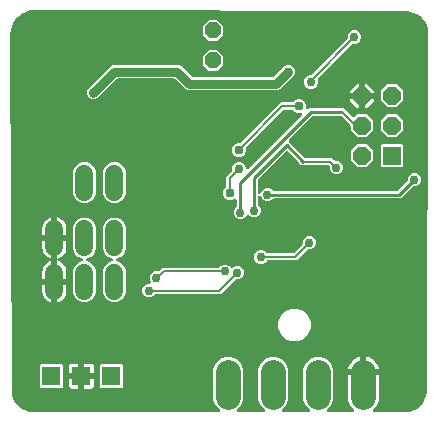
<source format=gbr>
G04 EAGLE Gerber RS-274X export*
G75*
%MOMM*%
%FSLAX34Y34*%
%LPD*%
%INBottom Copper*%
%IPPOS*%
%AMOC8*
5,1,8,0,0,1.08239X$1,22.5*%
G01*
%ADD10C,1.524000*%
%ADD11R,1.600200X1.600200*%
%ADD12C,2.133600*%
%ADD13R,1.524000X1.524000*%
%ADD14P,1.649562X8X112.500000*%
%ADD15P,1.429621X8X292.500000*%
%ADD16C,0.906400*%
%ADD17C,0.787400*%
%ADD18C,0.756400*%
%ADD19C,0.203200*%
%ADD20C,0.762000*%
%ADD21C,0.254000*%

G36*
X189831Y39488D02*
X189831Y39488D01*
X189970Y39501D01*
X189989Y39508D01*
X190009Y39511D01*
X190138Y39562D01*
X190269Y39609D01*
X190286Y39620D01*
X190305Y39628D01*
X190417Y39709D01*
X190532Y39787D01*
X190546Y39803D01*
X190562Y39814D01*
X190651Y39922D01*
X190743Y40026D01*
X190752Y40044D01*
X190765Y40059D01*
X190824Y40185D01*
X190887Y40309D01*
X190892Y40329D01*
X190900Y40347D01*
X190927Y40483D01*
X190957Y40619D01*
X190956Y40640D01*
X190960Y40659D01*
X190952Y40798D01*
X190947Y40937D01*
X190942Y40957D01*
X190940Y40977D01*
X190898Y41109D01*
X190859Y41243D01*
X190849Y41260D01*
X190842Y41279D01*
X190768Y41397D01*
X190697Y41517D01*
X190679Y41538D01*
X190672Y41548D01*
X190657Y41562D01*
X190591Y41637D01*
X187353Y44876D01*
X185419Y49544D01*
X185419Y75932D01*
X187353Y80600D01*
X190926Y84173D01*
X195594Y86107D01*
X200646Y86107D01*
X205314Y84173D01*
X208887Y80600D01*
X210821Y75932D01*
X210821Y49544D01*
X208887Y44876D01*
X205649Y41637D01*
X205564Y41528D01*
X205475Y41421D01*
X205466Y41402D01*
X205454Y41386D01*
X205399Y41258D01*
X205340Y41133D01*
X205336Y41113D01*
X205328Y41094D01*
X205306Y40956D01*
X205280Y40820D01*
X205281Y40800D01*
X205278Y40780D01*
X205291Y40641D01*
X205300Y40503D01*
X205306Y40484D01*
X205308Y40464D01*
X205355Y40332D01*
X205398Y40201D01*
X205408Y40183D01*
X205415Y40164D01*
X205493Y40049D01*
X205568Y39932D01*
X205583Y39918D01*
X205594Y39901D01*
X205698Y39809D01*
X205799Y39714D01*
X205817Y39704D01*
X205832Y39691D01*
X205956Y39627D01*
X206078Y39560D01*
X206097Y39555D01*
X206116Y39546D01*
X206251Y39516D01*
X206386Y39481D01*
X206414Y39479D01*
X206426Y39476D01*
X206446Y39477D01*
X206546Y39471D01*
X227794Y39471D01*
X227931Y39488D01*
X228070Y39501D01*
X228089Y39508D01*
X228109Y39511D01*
X228238Y39562D01*
X228369Y39609D01*
X228386Y39620D01*
X228405Y39628D01*
X228517Y39709D01*
X228632Y39787D01*
X228646Y39803D01*
X228662Y39814D01*
X228751Y39922D01*
X228843Y40026D01*
X228852Y40044D01*
X228865Y40059D01*
X228924Y40185D01*
X228987Y40309D01*
X228992Y40329D01*
X229000Y40347D01*
X229027Y40483D01*
X229057Y40619D01*
X229056Y40640D01*
X229060Y40659D01*
X229052Y40798D01*
X229047Y40937D01*
X229042Y40957D01*
X229040Y40977D01*
X228998Y41109D01*
X228959Y41243D01*
X228949Y41260D01*
X228942Y41279D01*
X228868Y41397D01*
X228797Y41517D01*
X228779Y41538D01*
X228772Y41548D01*
X228757Y41562D01*
X228691Y41637D01*
X225453Y44876D01*
X223519Y49544D01*
X223519Y75932D01*
X225453Y80600D01*
X229026Y84173D01*
X233694Y86107D01*
X238746Y86107D01*
X243414Y84173D01*
X246987Y80600D01*
X248921Y75932D01*
X248921Y49544D01*
X246987Y44876D01*
X243749Y41637D01*
X243664Y41528D01*
X243575Y41421D01*
X243566Y41402D01*
X243554Y41386D01*
X243499Y41258D01*
X243440Y41133D01*
X243436Y41113D01*
X243428Y41094D01*
X243406Y40956D01*
X243380Y40820D01*
X243381Y40800D01*
X243378Y40780D01*
X243391Y40641D01*
X243400Y40503D01*
X243406Y40484D01*
X243408Y40464D01*
X243455Y40332D01*
X243498Y40201D01*
X243508Y40183D01*
X243515Y40164D01*
X243593Y40049D01*
X243668Y39932D01*
X243683Y39918D01*
X243694Y39901D01*
X243798Y39809D01*
X243899Y39714D01*
X243917Y39704D01*
X243932Y39691D01*
X244056Y39627D01*
X244178Y39560D01*
X244197Y39555D01*
X244216Y39546D01*
X244351Y39516D01*
X244486Y39481D01*
X244514Y39479D01*
X244526Y39476D01*
X244546Y39477D01*
X244646Y39471D01*
X265894Y39471D01*
X266031Y39488D01*
X266170Y39501D01*
X266189Y39508D01*
X266209Y39511D01*
X266338Y39562D01*
X266469Y39609D01*
X266486Y39620D01*
X266505Y39628D01*
X266617Y39709D01*
X266732Y39787D01*
X266746Y39803D01*
X266762Y39814D01*
X266851Y39922D01*
X266943Y40026D01*
X266952Y40044D01*
X266965Y40059D01*
X267024Y40185D01*
X267087Y40309D01*
X267092Y40329D01*
X267100Y40347D01*
X267127Y40483D01*
X267157Y40619D01*
X267156Y40640D01*
X267160Y40659D01*
X267152Y40798D01*
X267147Y40937D01*
X267142Y40957D01*
X267140Y40977D01*
X267098Y41109D01*
X267059Y41243D01*
X267049Y41260D01*
X267042Y41279D01*
X266968Y41397D01*
X266897Y41517D01*
X266879Y41538D01*
X266872Y41548D01*
X266857Y41562D01*
X266791Y41637D01*
X263553Y44876D01*
X261619Y49544D01*
X261619Y75932D01*
X263553Y80600D01*
X267126Y84173D01*
X271794Y86107D01*
X276846Y86107D01*
X281514Y84173D01*
X285087Y80600D01*
X287021Y75932D01*
X287021Y49544D01*
X285087Y44876D01*
X281849Y41637D01*
X281764Y41528D01*
X281675Y41421D01*
X281666Y41402D01*
X281654Y41386D01*
X281599Y41258D01*
X281540Y41133D01*
X281536Y41113D01*
X281528Y41094D01*
X281506Y40956D01*
X281480Y40820D01*
X281481Y40800D01*
X281478Y40780D01*
X281491Y40641D01*
X281500Y40503D01*
X281506Y40484D01*
X281508Y40464D01*
X281555Y40332D01*
X281598Y40201D01*
X281608Y40183D01*
X281615Y40164D01*
X281693Y40049D01*
X281768Y39932D01*
X281783Y39918D01*
X281794Y39901D01*
X281898Y39809D01*
X281999Y39714D01*
X282017Y39704D01*
X282032Y39691D01*
X282156Y39627D01*
X282278Y39560D01*
X282297Y39555D01*
X282316Y39546D01*
X282451Y39516D01*
X282586Y39481D01*
X282614Y39479D01*
X282626Y39476D01*
X282646Y39477D01*
X282746Y39471D01*
X303383Y39471D01*
X303462Y39481D01*
X303542Y39481D01*
X303619Y39501D01*
X303699Y39511D01*
X303773Y39540D01*
X303850Y39560D01*
X303920Y39598D01*
X303994Y39628D01*
X304059Y39674D01*
X304129Y39713D01*
X304187Y39767D01*
X304252Y39814D01*
X304302Y39876D01*
X304361Y39930D01*
X304403Y39998D01*
X304454Y40059D01*
X304488Y40131D01*
X304531Y40199D01*
X304556Y40275D01*
X304590Y40347D01*
X304605Y40425D01*
X304630Y40501D01*
X304635Y40581D01*
X304650Y40659D01*
X304645Y40739D01*
X304650Y40819D01*
X304635Y40897D01*
X304630Y40977D01*
X304605Y41053D01*
X304591Y41131D01*
X304557Y41203D01*
X304532Y41279D01*
X304489Y41347D01*
X304455Y41419D01*
X304405Y41480D01*
X304362Y41548D01*
X304304Y41603D01*
X304253Y41664D01*
X304131Y41765D01*
X304130Y41766D01*
X304129Y41767D01*
X303815Y41995D01*
X302345Y43465D01*
X301123Y45147D01*
X300179Y47000D01*
X299537Y48977D01*
X299211Y51030D01*
X299211Y70867D01*
X311150Y70867D01*
X311268Y70882D01*
X311387Y70889D01*
X311425Y70902D01*
X311465Y70907D01*
X311576Y70950D01*
X311689Y70987D01*
X311723Y71009D01*
X311761Y71024D01*
X311857Y71094D01*
X311958Y71157D01*
X311986Y71187D01*
X312018Y71210D01*
X312094Y71302D01*
X312176Y71389D01*
X312195Y71424D01*
X312221Y71455D01*
X312272Y71563D01*
X312329Y71667D01*
X312340Y71707D01*
X312357Y71743D01*
X312379Y71860D01*
X312409Y71975D01*
X312413Y72036D01*
X312417Y72056D01*
X312415Y72076D01*
X312419Y72136D01*
X312419Y73407D01*
X312421Y73407D01*
X312421Y72136D01*
X312436Y72018D01*
X312443Y71899D01*
X312456Y71861D01*
X312461Y71820D01*
X312505Y71710D01*
X312541Y71597D01*
X312563Y71562D01*
X312578Y71525D01*
X312648Y71429D01*
X312711Y71328D01*
X312741Y71300D01*
X312765Y71267D01*
X312856Y71192D01*
X312943Y71110D01*
X312978Y71090D01*
X313010Y71065D01*
X313117Y71014D01*
X313222Y70956D01*
X313261Y70946D01*
X313297Y70929D01*
X313414Y70907D01*
X313529Y70877D01*
X313590Y70873D01*
X313610Y70869D01*
X313630Y70871D01*
X313690Y70867D01*
X325629Y70867D01*
X325629Y51030D01*
X325303Y48977D01*
X324661Y47000D01*
X323717Y45147D01*
X322495Y43465D01*
X321025Y41995D01*
X320711Y41767D01*
X320653Y41712D01*
X320588Y41666D01*
X320537Y41604D01*
X320479Y41549D01*
X320436Y41482D01*
X320386Y41421D01*
X320352Y41348D01*
X320309Y41281D01*
X320284Y41205D01*
X320250Y41133D01*
X320235Y41055D01*
X320210Y40978D01*
X320205Y40899D01*
X320190Y40820D01*
X320195Y40741D01*
X320190Y40661D01*
X320205Y40583D01*
X320210Y40503D01*
X320235Y40427D01*
X320250Y40348D01*
X320283Y40276D01*
X320308Y40201D01*
X320351Y40133D01*
X320385Y40061D01*
X320436Y39999D01*
X320478Y39932D01*
X320536Y39877D01*
X320587Y39815D01*
X320652Y39769D01*
X320710Y39714D01*
X320780Y39675D01*
X320844Y39628D01*
X320919Y39599D01*
X320988Y39560D01*
X321066Y39540D01*
X321140Y39511D01*
X321219Y39501D01*
X321296Y39481D01*
X321454Y39471D01*
X321456Y39471D01*
X321457Y39471D01*
X348964Y39471D01*
X348983Y39473D01*
X349088Y39477D01*
X352124Y39775D01*
X352227Y39799D01*
X352332Y39813D01*
X352413Y39841D01*
X352434Y39846D01*
X352448Y39853D01*
X352484Y39865D01*
X358096Y42184D01*
X358104Y42188D01*
X358112Y42190D01*
X358242Y42267D01*
X358373Y42341D01*
X358379Y42347D01*
X358386Y42352D01*
X358507Y42458D01*
X362809Y46743D01*
X362814Y46750D01*
X362821Y46756D01*
X362912Y46876D01*
X363004Y46994D01*
X363008Y47002D01*
X363013Y47009D01*
X363084Y47154D01*
X365423Y52757D01*
X365452Y52859D01*
X365488Y52958D01*
X365502Y53043D01*
X365508Y53064D01*
X365508Y53079D01*
X365515Y53117D01*
X365824Y56152D01*
X365824Y56172D01*
X365831Y56276D01*
X365832Y56692D01*
X365836Y57853D01*
X365836Y57854D01*
X366957Y361511D01*
X366955Y361533D01*
X366954Y361611D01*
X366769Y364066D01*
X366756Y364133D01*
X366752Y364203D01*
X366712Y364359D01*
X365212Y369032D01*
X365162Y369140D01*
X365119Y369250D01*
X365086Y369302D01*
X365078Y369320D01*
X365065Y369336D01*
X365033Y369387D01*
X362162Y373368D01*
X362081Y373454D01*
X362006Y373547D01*
X361959Y373586D01*
X361945Y373600D01*
X361928Y373611D01*
X361882Y373650D01*
X357921Y376549D01*
X357818Y376606D01*
X357718Y376670D01*
X357661Y376693D01*
X357643Y376703D01*
X357623Y376708D01*
X357568Y376730D01*
X352905Y378263D01*
X352837Y378276D01*
X352772Y378299D01*
X352613Y378322D01*
X350159Y378524D01*
X350137Y378523D01*
X350060Y378528D01*
X349975Y378529D01*
X348484Y378534D01*
X348482Y378534D01*
X35104Y379644D01*
X33526Y379649D01*
X33505Y379647D01*
X33426Y379646D01*
X30496Y379424D01*
X30427Y379411D01*
X30358Y379406D01*
X30202Y379367D01*
X24626Y377568D01*
X24518Y377518D01*
X24406Y377474D01*
X24356Y377442D01*
X24338Y377434D01*
X24322Y377420D01*
X24270Y377388D01*
X19528Y373947D01*
X19441Y373866D01*
X19348Y373789D01*
X19311Y373744D01*
X19296Y373730D01*
X19285Y373712D01*
X19246Y373665D01*
X15805Y368923D01*
X15792Y368899D01*
X15782Y368887D01*
X15762Y368843D01*
X15748Y368818D01*
X15684Y368717D01*
X15662Y368662D01*
X15652Y368644D01*
X15647Y368624D01*
X15625Y368567D01*
X13826Y362991D01*
X13813Y362923D01*
X13791Y362857D01*
X13769Y362697D01*
X13547Y359767D01*
X13549Y359745D01*
X13544Y359667D01*
X13544Y359621D01*
X13544Y359620D01*
X14657Y56892D01*
X14660Y56872D01*
X14664Y56768D01*
X14986Y53612D01*
X15010Y53509D01*
X15025Y53404D01*
X15053Y53324D01*
X15058Y53302D01*
X15065Y53289D01*
X15077Y53252D01*
X17510Y47427D01*
X17514Y47419D01*
X17516Y47411D01*
X17593Y47281D01*
X17668Y47151D01*
X17674Y47144D01*
X17678Y47137D01*
X17785Y47016D01*
X22258Y42561D01*
X22264Y42556D01*
X22270Y42549D01*
X22391Y42458D01*
X22509Y42366D01*
X22517Y42363D01*
X22524Y42358D01*
X22669Y42287D01*
X28504Y39877D01*
X28606Y39849D01*
X28705Y39813D01*
X28789Y39799D01*
X28810Y39793D01*
X28826Y39793D01*
X28864Y39787D01*
X32021Y39477D01*
X32040Y39477D01*
X32145Y39471D01*
X33721Y39471D01*
X33723Y39471D01*
X189694Y39471D01*
X189831Y39488D01*
G37*
%LPC*%
G36*
X207123Y202465D02*
X207123Y202465D01*
X204986Y203350D01*
X203350Y204986D01*
X202465Y207123D01*
X202465Y209437D01*
X203350Y211574D01*
X204606Y212829D01*
X204666Y212907D01*
X204734Y212979D01*
X204763Y213032D01*
X204800Y213080D01*
X204840Y213171D01*
X204888Y213258D01*
X204903Y213316D01*
X204927Y213372D01*
X204942Y213470D01*
X204967Y213566D01*
X204973Y213666D01*
X204977Y213686D01*
X204975Y213698D01*
X204977Y213726D01*
X204977Y218871D01*
X204960Y219008D01*
X204947Y219147D01*
X204940Y219166D01*
X204937Y219186D01*
X204886Y219315D01*
X204839Y219446D01*
X204828Y219463D01*
X204820Y219482D01*
X204739Y219594D01*
X204661Y219709D01*
X204645Y219723D01*
X204634Y219739D01*
X204526Y219828D01*
X204422Y219920D01*
X204404Y219929D01*
X204389Y219942D01*
X204263Y220001D01*
X204139Y220064D01*
X204119Y220069D01*
X204101Y220077D01*
X203964Y220104D01*
X203829Y220134D01*
X203808Y220133D01*
X203789Y220137D01*
X203650Y220129D01*
X203511Y220124D01*
X203491Y220119D01*
X203471Y220118D01*
X203339Y220075D01*
X203205Y220036D01*
X203188Y220026D01*
X203169Y220019D01*
X203051Y219945D01*
X202931Y219874D01*
X202910Y219856D01*
X202900Y219849D01*
X202886Y219834D01*
X202810Y219768D01*
X202771Y219729D01*
X200577Y218820D01*
X198203Y218820D01*
X196008Y219729D01*
X194329Y221408D01*
X193420Y223603D01*
X193420Y225977D01*
X194329Y228172D01*
X195970Y229812D01*
X196030Y229890D01*
X196098Y229962D01*
X196127Y230015D01*
X196164Y230063D01*
X196204Y230154D01*
X196252Y230241D01*
X196267Y230299D01*
X196291Y230355D01*
X196306Y230453D01*
X196331Y230549D01*
X196337Y230649D01*
X196341Y230669D01*
X196339Y230681D01*
X196341Y230709D01*
X196341Y238753D01*
X200824Y243235D01*
X200884Y243313D01*
X200952Y243385D01*
X200981Y243438D01*
X201018Y243486D01*
X201058Y243577D01*
X201106Y243664D01*
X201121Y243723D01*
X201145Y243778D01*
X201160Y243876D01*
X201185Y243972D01*
X201191Y244072D01*
X201195Y244092D01*
X201193Y244105D01*
X201195Y244133D01*
X201195Y246267D01*
X202080Y248404D01*
X203716Y250040D01*
X205853Y250925D01*
X208167Y250925D01*
X210304Y250040D01*
X211940Y248404D01*
X212825Y246267D01*
X212825Y245960D01*
X212842Y245822D01*
X212855Y245683D01*
X212862Y245664D01*
X212865Y245644D01*
X212916Y245515D01*
X212963Y245384D01*
X212974Y245367D01*
X212982Y245349D01*
X213063Y245236D01*
X213141Y245121D01*
X213157Y245108D01*
X213168Y245091D01*
X213276Y245002D01*
X213380Y244910D01*
X213398Y244901D01*
X213413Y244888D01*
X213539Y244829D01*
X213663Y244766D01*
X213683Y244761D01*
X213701Y244753D01*
X213837Y244727D01*
X213973Y244696D01*
X213994Y244697D01*
X214013Y244693D01*
X214152Y244702D01*
X214291Y244706D01*
X214311Y244712D01*
X214331Y244713D01*
X214463Y244756D01*
X214597Y244794D01*
X214614Y244805D01*
X214633Y244811D01*
X214751Y244885D01*
X214871Y244956D01*
X214892Y244974D01*
X214902Y244981D01*
X214916Y244996D01*
X214991Y245062D01*
X260310Y290381D01*
X260353Y290436D01*
X260403Y290485D01*
X260450Y290561D01*
X260505Y290632D01*
X260533Y290696D01*
X260569Y290756D01*
X260596Y290842D01*
X260631Y290924D01*
X260642Y290993D01*
X260663Y291060D01*
X260667Y291149D01*
X260681Y291238D01*
X260675Y291308D01*
X260678Y291377D01*
X260660Y291465D01*
X260652Y291555D01*
X260628Y291621D01*
X260614Y291689D01*
X260574Y291770D01*
X260544Y291854D01*
X260505Y291912D01*
X260474Y291975D01*
X260416Y292043D01*
X260365Y292117D01*
X260313Y292163D01*
X260268Y292217D01*
X260194Y292268D01*
X260127Y292328D01*
X260065Y292359D01*
X260008Y292400D01*
X259924Y292431D01*
X259844Y292472D01*
X259775Y292488D01*
X259710Y292512D01*
X259621Y292522D01*
X259533Y292542D01*
X259464Y292540D01*
X259394Y292548D01*
X259305Y292535D01*
X259215Y292532D01*
X259148Y292513D01*
X259079Y292503D01*
X259012Y292480D01*
X256623Y292480D01*
X254428Y293389D01*
X252788Y295030D01*
X252710Y295090D01*
X252638Y295158D01*
X252585Y295187D01*
X252537Y295224D01*
X252446Y295264D01*
X252359Y295312D01*
X252301Y295327D01*
X252245Y295351D01*
X252147Y295366D01*
X252051Y295391D01*
X251951Y295397D01*
X251931Y295401D01*
X251919Y295399D01*
X251891Y295401D01*
X245629Y295401D01*
X245530Y295389D01*
X245431Y295386D01*
X245373Y295369D01*
X245313Y295361D01*
X245221Y295325D01*
X245126Y295297D01*
X245074Y295267D01*
X245017Y295244D01*
X244937Y295186D01*
X244852Y295136D01*
X244777Y295070D01*
X244760Y295058D01*
X244752Y295048D01*
X244731Y295030D01*
X213351Y263650D01*
X213291Y263572D01*
X213223Y263500D01*
X213194Y263447D01*
X213157Y263399D01*
X213117Y263308D01*
X213069Y263221D01*
X213054Y263162D01*
X213030Y263107D01*
X213015Y263009D01*
X212990Y262913D01*
X212984Y262813D01*
X212980Y262793D01*
X212982Y262780D01*
X212980Y262752D01*
X212980Y260433D01*
X212071Y258238D01*
X210392Y256559D01*
X208197Y255650D01*
X205823Y255650D01*
X203628Y256559D01*
X201949Y258238D01*
X201040Y260433D01*
X201040Y262807D01*
X201949Y265002D01*
X203628Y266681D01*
X205823Y267590D01*
X208142Y267590D01*
X208241Y267602D01*
X208340Y267605D01*
X208398Y267622D01*
X208458Y267630D01*
X208550Y267666D01*
X208645Y267694D01*
X208697Y267724D01*
X208754Y267747D01*
X208834Y267805D01*
X208919Y267855D01*
X208994Y267921D01*
X209011Y267933D01*
X209019Y267943D01*
X209040Y267961D01*
X242577Y301499D01*
X251891Y301499D01*
X251989Y301511D01*
X252088Y301514D01*
X252146Y301531D01*
X252206Y301539D01*
X252298Y301575D01*
X252393Y301603D01*
X252445Y301633D01*
X252502Y301656D01*
X252582Y301714D01*
X252667Y301764D01*
X252743Y301830D01*
X252759Y301842D01*
X252767Y301852D01*
X252788Y301870D01*
X254428Y303511D01*
X256623Y304420D01*
X258997Y304420D01*
X261192Y303511D01*
X262871Y301832D01*
X263780Y299637D01*
X263780Y297241D01*
X263763Y297202D01*
X263749Y297113D01*
X263725Y297026D01*
X263724Y296957D01*
X263713Y296888D01*
X263721Y296798D01*
X263720Y296708D01*
X263736Y296640D01*
X263743Y296571D01*
X263773Y296486D01*
X263794Y296399D01*
X263827Y296338D01*
X263850Y296272D01*
X263901Y296197D01*
X263943Y296118D01*
X263990Y296066D01*
X264029Y296009D01*
X264096Y295949D01*
X264157Y295883D01*
X264215Y295844D01*
X264267Y295798D01*
X264347Y295757D01*
X264422Y295708D01*
X264489Y295685D01*
X264551Y295653D01*
X264638Y295634D01*
X264723Y295605D01*
X264793Y295599D01*
X264861Y295584D01*
X264951Y295587D01*
X265040Y295579D01*
X265109Y295591D01*
X265179Y295593D01*
X265265Y295618D01*
X265354Y295634D01*
X265417Y295662D01*
X265484Y295682D01*
X265562Y295727D01*
X265644Y295764D01*
X265698Y295808D01*
X265758Y295843D01*
X265879Y295950D01*
X266602Y296673D01*
X296008Y296673D01*
X297958Y294723D01*
X297958Y294707D01*
X297975Y294649D01*
X297983Y294589D01*
X298019Y294497D01*
X298047Y294402D01*
X298077Y294350D01*
X298100Y294293D01*
X298158Y294213D01*
X298208Y294128D01*
X298274Y294052D01*
X298286Y294036D01*
X298296Y294028D01*
X298314Y294007D01*
X303043Y289279D01*
X303137Y289206D01*
X303226Y289127D01*
X303262Y289109D01*
X303294Y289084D01*
X303403Y289036D01*
X303509Y288982D01*
X303549Y288974D01*
X303586Y288957D01*
X303704Y288939D01*
X303820Y288913D01*
X303860Y288914D01*
X303900Y288908D01*
X304019Y288919D01*
X304137Y288922D01*
X304176Y288934D01*
X304217Y288937D01*
X304329Y288978D01*
X304443Y289011D01*
X304478Y289031D01*
X304516Y289045D01*
X304614Y289112D01*
X304717Y289172D01*
X304762Y289212D01*
X304779Y289224D01*
X304792Y289239D01*
X304838Y289279D01*
X307152Y291593D01*
X315148Y291593D01*
X320803Y285938D01*
X320803Y277942D01*
X315148Y272287D01*
X307152Y272287D01*
X301497Y277942D01*
X301497Y281675D01*
X301485Y281774D01*
X301482Y281873D01*
X301465Y281931D01*
X301457Y281991D01*
X301421Y282083D01*
X301393Y282178D01*
X301363Y282230D01*
X301340Y282287D01*
X301282Y282367D01*
X301232Y282452D01*
X301166Y282528D01*
X301154Y282544D01*
X301144Y282552D01*
X301126Y282573D01*
X294003Y289696D01*
X293925Y289756D01*
X293853Y289824D01*
X293800Y289853D01*
X293752Y289890D01*
X293661Y289930D01*
X293574Y289978D01*
X293516Y289993D01*
X293460Y290017D01*
X293362Y290032D01*
X293266Y290057D01*
X293166Y290063D01*
X293146Y290067D01*
X293133Y290065D01*
X293105Y290067D01*
X269864Y290067D01*
X269766Y290055D01*
X269667Y290052D01*
X269608Y290035D01*
X269548Y290027D01*
X269456Y289991D01*
X269361Y289963D01*
X269309Y289933D01*
X269253Y289910D01*
X269173Y289852D01*
X269087Y289802D01*
X269012Y289736D01*
X268995Y289724D01*
X268987Y289714D01*
X268966Y289696D01*
X249408Y270138D01*
X249335Y270043D01*
X249257Y269954D01*
X249238Y269918D01*
X249213Y269886D01*
X249166Y269777D01*
X249112Y269671D01*
X249103Y269632D01*
X249087Y269594D01*
X249068Y269477D01*
X249042Y269361D01*
X249043Y269320D01*
X249037Y269280D01*
X249048Y269162D01*
X249052Y269043D01*
X249063Y269004D01*
X249067Y268964D01*
X249107Y268851D01*
X249140Y268737D01*
X249161Y268703D01*
X249175Y268664D01*
X249241Y268566D01*
X249302Y268463D01*
X249342Y268418D01*
X249353Y268401D01*
X249368Y268388D01*
X249408Y268343D01*
X262870Y254880D01*
X262949Y254820D01*
X263021Y254752D01*
X263074Y254723D01*
X263122Y254686D01*
X263213Y254646D01*
X263299Y254598D01*
X263358Y254583D01*
X263413Y254559D01*
X263511Y254544D01*
X263607Y254519D01*
X263707Y254513D01*
X263728Y254509D01*
X263740Y254511D01*
X263768Y254509D01*
X285743Y254509D01*
X287685Y252566D01*
X287763Y252506D01*
X287835Y252438D01*
X287888Y252409D01*
X287936Y252372D01*
X288027Y252332D01*
X288114Y252284D01*
X288173Y252269D01*
X288228Y252245D01*
X288326Y252230D01*
X288422Y252205D01*
X288522Y252199D01*
X288542Y252195D01*
X288555Y252197D01*
X288583Y252195D01*
X290717Y252195D01*
X292854Y251310D01*
X294490Y249674D01*
X295375Y247537D01*
X295375Y245223D01*
X294490Y243086D01*
X292854Y241450D01*
X290717Y240565D01*
X288403Y240565D01*
X286266Y241450D01*
X284630Y243086D01*
X283745Y245223D01*
X283745Y247142D01*
X283730Y247260D01*
X283723Y247379D01*
X283710Y247417D01*
X283705Y247458D01*
X283662Y247568D01*
X283625Y247681D01*
X283603Y247716D01*
X283588Y247753D01*
X283519Y247849D01*
X283455Y247950D01*
X283425Y247978D01*
X283402Y248011D01*
X283310Y248087D01*
X283223Y248168D01*
X283188Y248188D01*
X283157Y248213D01*
X283049Y248264D01*
X282945Y248322D01*
X282905Y248332D01*
X282869Y248349D01*
X282752Y248371D01*
X282637Y248401D01*
X282577Y248405D01*
X282557Y248409D01*
X282536Y248407D01*
X282476Y248411D01*
X263768Y248411D01*
X263670Y248399D01*
X263571Y248396D01*
X263512Y248379D01*
X263452Y248371D01*
X263360Y248335D01*
X263265Y248307D01*
X263213Y248277D01*
X263157Y248254D01*
X263077Y248196D01*
X263010Y248157D01*
X260231Y248157D01*
X260219Y248168D01*
X260166Y248197D01*
X260118Y248234D01*
X260027Y248274D01*
X259952Y248315D01*
X257973Y250295D01*
X257967Y250316D01*
X257936Y250368D01*
X257914Y250424D01*
X257855Y250504D01*
X257805Y250590D01*
X257739Y250665D01*
X257727Y250682D01*
X257717Y250689D01*
X257699Y250711D01*
X248548Y259862D01*
X248453Y259935D01*
X248364Y260013D01*
X248328Y260032D01*
X248296Y260057D01*
X248187Y260104D01*
X248081Y260158D01*
X248042Y260167D01*
X248004Y260183D01*
X247887Y260202D01*
X247771Y260228D01*
X247730Y260227D01*
X247690Y260233D01*
X247572Y260222D01*
X247453Y260218D01*
X247414Y260207D01*
X247374Y260203D01*
X247261Y260163D01*
X247147Y260130D01*
X247113Y260109D01*
X247074Y260095D01*
X246976Y260029D01*
X246873Y259968D01*
X246828Y259928D01*
X246811Y259917D01*
X246798Y259902D01*
X246753Y259862D01*
X223364Y236473D01*
X223303Y236395D01*
X223235Y236322D01*
X223206Y236269D01*
X223169Y236222D01*
X223129Y236131D01*
X223082Y236044D01*
X223066Y235985D01*
X223042Y235930D01*
X223027Y235832D01*
X223002Y235736D01*
X222996Y235636D01*
X222992Y235616D01*
X222994Y235603D01*
X222992Y235575D01*
X222992Y225424D01*
X223001Y225355D01*
X222999Y225285D01*
X223020Y225198D01*
X223032Y225109D01*
X223057Y225044D01*
X223074Y224976D01*
X223116Y224896D01*
X223149Y224813D01*
X223190Y224757D01*
X223222Y224695D01*
X223283Y224628D01*
X223336Y224556D01*
X223389Y224511D01*
X223436Y224459D01*
X223511Y224410D01*
X223581Y224353D01*
X223644Y224323D01*
X223702Y224285D01*
X223787Y224256D01*
X223868Y224217D01*
X223937Y224204D01*
X224003Y224181D01*
X224092Y224174D01*
X224181Y224157D01*
X224250Y224162D01*
X224320Y224156D01*
X224408Y224172D01*
X224498Y224177D01*
X224564Y224199D01*
X224633Y224211D01*
X224715Y224248D01*
X224801Y224275D01*
X224859Y224313D01*
X224923Y224341D01*
X224993Y224397D01*
X225069Y224445D01*
X225117Y224496D01*
X225172Y224540D01*
X225226Y224612D01*
X225287Y224677D01*
X225321Y224738D01*
X225363Y224794D01*
X225434Y224938D01*
X226210Y226814D01*
X227846Y228450D01*
X229983Y229335D01*
X232297Y229335D01*
X234434Y228450D01*
X235689Y227194D01*
X235767Y227134D01*
X235839Y227066D01*
X235892Y227037D01*
X235940Y227000D01*
X236031Y226960D01*
X236118Y226912D01*
X236176Y226897D01*
X236232Y226873D01*
X236330Y226858D01*
X236426Y226833D01*
X236526Y226827D01*
X236546Y226823D01*
X236558Y226825D01*
X236586Y226823D01*
X341006Y226823D01*
X341104Y226835D01*
X341203Y226838D01*
X341262Y226855D01*
X341322Y226863D01*
X341414Y226899D01*
X341509Y226927D01*
X341561Y226957D01*
X341617Y226980D01*
X341697Y227038D01*
X341783Y227088D01*
X341858Y227154D01*
X341875Y227166D01*
X341883Y227176D01*
X341904Y227194D01*
X349414Y234704D01*
X349474Y234783D01*
X349542Y234855D01*
X349571Y234908D01*
X349608Y234956D01*
X349648Y235047D01*
X349696Y235133D01*
X349711Y235192D01*
X349735Y235247D01*
X349750Y235345D01*
X349775Y235441D01*
X349781Y235541D01*
X349785Y235562D01*
X349783Y235574D01*
X349785Y235602D01*
X349785Y237377D01*
X350670Y239514D01*
X352306Y241150D01*
X354443Y242035D01*
X356757Y242035D01*
X358894Y241150D01*
X360530Y239514D01*
X361415Y237377D01*
X361415Y235063D01*
X360530Y232926D01*
X358894Y231290D01*
X356757Y230405D01*
X354982Y230405D01*
X354884Y230393D01*
X354785Y230390D01*
X354726Y230373D01*
X354666Y230365D01*
X354574Y230329D01*
X354479Y230301D01*
X354427Y230271D01*
X354371Y230248D01*
X354291Y230190D01*
X354205Y230140D01*
X354130Y230074D01*
X354113Y230062D01*
X354105Y230052D01*
X354084Y230034D01*
X344268Y220217D01*
X236586Y220217D01*
X236488Y220205D01*
X236389Y220202D01*
X236331Y220185D01*
X236271Y220177D01*
X236179Y220141D01*
X236084Y220113D01*
X236031Y220083D01*
X235975Y220060D01*
X235895Y220002D01*
X235810Y219952D01*
X235734Y219886D01*
X235718Y219874D01*
X235710Y219864D01*
X235689Y219846D01*
X234434Y218590D01*
X232297Y217705D01*
X229983Y217705D01*
X227846Y218590D01*
X226210Y220226D01*
X225434Y222102D01*
X225399Y222162D01*
X225373Y222227D01*
X225321Y222300D01*
X225276Y222378D01*
X225228Y222428D01*
X225187Y222484D01*
X225117Y222542D01*
X225055Y222606D01*
X224995Y222643D01*
X224942Y222687D01*
X224860Y222726D01*
X224784Y222772D01*
X224717Y222793D01*
X224654Y222823D01*
X224566Y222840D01*
X224480Y222866D01*
X224410Y222869D01*
X224342Y222883D01*
X224252Y222877D01*
X224162Y222881D01*
X224094Y222867D01*
X224024Y222863D01*
X223939Y222835D01*
X223851Y222817D01*
X223788Y222786D01*
X223722Y222765D01*
X223646Y222717D01*
X223565Y222677D01*
X223512Y222632D01*
X223453Y222595D01*
X223391Y222529D01*
X223323Y222471D01*
X223283Y222414D01*
X223235Y222363D01*
X223192Y222284D01*
X223140Y222211D01*
X223115Y222145D01*
X223082Y222084D01*
X223059Y221998D01*
X223027Y221913D01*
X223019Y221844D01*
X223002Y221777D01*
X222992Y221616D01*
X222992Y215476D01*
X223004Y215378D01*
X223007Y215279D01*
X223024Y215221D01*
X223032Y215161D01*
X223068Y215069D01*
X223096Y214974D01*
X223126Y214921D01*
X223149Y214865D01*
X223207Y214785D01*
X223257Y214700D01*
X223324Y214624D01*
X223336Y214608D01*
X223345Y214600D01*
X223364Y214579D01*
X224619Y213324D01*
X225504Y211187D01*
X225504Y208873D01*
X224619Y206736D01*
X222983Y205100D01*
X220846Y204215D01*
X218532Y204215D01*
X216395Y205100D01*
X215519Y205977D01*
X215480Y206007D01*
X215447Y206044D01*
X215355Y206104D01*
X215268Y206171D01*
X215223Y206191D01*
X215181Y206219D01*
X215077Y206254D01*
X214976Y206298D01*
X214927Y206306D01*
X214880Y206322D01*
X214771Y206330D01*
X214662Y206348D01*
X214613Y206343D01*
X214563Y206347D01*
X214455Y206328D01*
X214345Y206318D01*
X214299Y206301D01*
X214250Y206293D01*
X214150Y206247D01*
X214046Y206210D01*
X214005Y206182D01*
X213960Y206162D01*
X213874Y206093D01*
X213783Y206032D01*
X213750Y205994D01*
X213711Y205963D01*
X213645Y205876D01*
X213573Y205793D01*
X213550Y205749D01*
X213520Y205709D01*
X213449Y205565D01*
X213210Y204986D01*
X211574Y203350D01*
X209437Y202465D01*
X207123Y202465D01*
G37*
%LPD*%
%LPC*%
G36*
X82658Y304037D02*
X82658Y304037D01*
X80510Y304927D01*
X78867Y306570D01*
X77977Y308718D01*
X77977Y311042D01*
X78867Y313190D01*
X98290Y332613D01*
X100438Y333503D01*
X156102Y333503D01*
X158250Y332613D01*
X167148Y323714D01*
X167227Y323654D01*
X167299Y323586D01*
X167352Y323557D01*
X167400Y323520D01*
X167491Y323480D01*
X167577Y323432D01*
X167636Y323417D01*
X167692Y323393D01*
X167789Y323378D01*
X167885Y323353D01*
X167985Y323347D01*
X168006Y323343D01*
X168018Y323345D01*
X168046Y323343D01*
X235814Y323343D01*
X235912Y323355D01*
X236011Y323358D01*
X236070Y323375D01*
X236130Y323383D01*
X236222Y323419D01*
X236317Y323447D01*
X236369Y323477D01*
X236425Y323500D01*
X236505Y323558D01*
X236591Y323608D01*
X236666Y323674D01*
X236683Y323686D01*
X236690Y323696D01*
X236712Y323714D01*
X245610Y332613D01*
X247758Y333503D01*
X250082Y333503D01*
X252230Y332613D01*
X253873Y330970D01*
X254763Y328822D01*
X254763Y326498D01*
X253873Y324350D01*
X242070Y312547D01*
X239922Y311657D01*
X163938Y311657D01*
X161790Y312547D01*
X152892Y321446D01*
X152813Y321506D01*
X152741Y321574D01*
X152688Y321603D01*
X152640Y321640D01*
X152549Y321680D01*
X152463Y321728D01*
X152404Y321743D01*
X152348Y321767D01*
X152251Y321782D01*
X152155Y321807D01*
X152055Y321813D01*
X152034Y321817D01*
X152022Y321815D01*
X151994Y321817D01*
X104546Y321817D01*
X104448Y321805D01*
X104349Y321802D01*
X104290Y321785D01*
X104230Y321777D01*
X104138Y321741D01*
X104043Y321713D01*
X103991Y321683D01*
X103935Y321660D01*
X103855Y321602D01*
X103769Y321552D01*
X103694Y321486D01*
X103677Y321474D01*
X103670Y321464D01*
X103648Y321446D01*
X87130Y304927D01*
X84982Y304037D01*
X82658Y304037D01*
G37*
%LPD*%
%LPC*%
G36*
X129653Y136425D02*
X129653Y136425D01*
X127516Y137310D01*
X125880Y138946D01*
X124995Y141083D01*
X124995Y143397D01*
X125880Y145534D01*
X127516Y147170D01*
X129653Y148055D01*
X130954Y148055D01*
X131003Y148061D01*
X131053Y148059D01*
X131160Y148081D01*
X131269Y148095D01*
X131315Y148113D01*
X131364Y148123D01*
X131463Y148171D01*
X131565Y148212D01*
X131605Y148241D01*
X131650Y148263D01*
X131733Y148334D01*
X131822Y148398D01*
X131854Y148437D01*
X131892Y148469D01*
X131955Y148559D01*
X132025Y148643D01*
X132046Y148688D01*
X132075Y148729D01*
X132114Y148832D01*
X132161Y148931D01*
X132170Y148980D01*
X132188Y149026D01*
X132200Y149136D01*
X132220Y149243D01*
X132217Y149293D01*
X132223Y149342D01*
X132207Y149451D01*
X132201Y149561D01*
X132185Y149608D01*
X132178Y149657D01*
X132126Y149810D01*
X131345Y151695D01*
X131345Y154009D01*
X132230Y156146D01*
X133866Y157782D01*
X136003Y158667D01*
X138462Y158667D01*
X138463Y158667D01*
X138470Y158667D01*
X138569Y158667D01*
X138598Y158670D01*
X138721Y158668D01*
X138751Y158675D01*
X138781Y158676D01*
X138905Y158712D01*
X139031Y158742D01*
X139057Y158756D01*
X139086Y158765D01*
X139197Y158830D01*
X139312Y158891D01*
X139334Y158911D01*
X139360Y158926D01*
X139481Y159033D01*
X141930Y161482D01*
X189428Y161482D01*
X189526Y161494D01*
X189625Y161497D01*
X189683Y161514D01*
X189743Y161521D01*
X189835Y161558D01*
X189930Y161585D01*
X189983Y161616D01*
X190039Y161638D01*
X190119Y161697D01*
X190204Y161747D01*
X190280Y161813D01*
X190296Y161825D01*
X190304Y161835D01*
X190325Y161853D01*
X191834Y163362D01*
X193971Y164248D01*
X196285Y164248D01*
X198422Y163362D01*
X200013Y161771D01*
X200107Y161698D01*
X200196Y161619D01*
X200232Y161601D01*
X200264Y161576D01*
X200374Y161529D01*
X200480Y161475D01*
X200519Y161466D01*
X200556Y161450D01*
X200674Y161431D01*
X200790Y161405D01*
X200830Y161406D01*
X200870Y161400D01*
X200989Y161411D01*
X201108Y161415D01*
X201147Y161426D01*
X201187Y161430D01*
X201299Y161470D01*
X201413Y161503D01*
X201448Y161524D01*
X201486Y161537D01*
X201585Y161604D01*
X201687Y161665D01*
X201732Y161705D01*
X201749Y161716D01*
X201763Y161731D01*
X201808Y161771D01*
X202446Y162410D01*
X204583Y163295D01*
X206897Y163295D01*
X209034Y162410D01*
X210670Y160774D01*
X211555Y158637D01*
X211555Y156323D01*
X210670Y154186D01*
X209034Y152550D01*
X206897Y151665D01*
X204763Y151665D01*
X204664Y151653D01*
X204565Y151650D01*
X204507Y151633D01*
X204447Y151625D01*
X204355Y151589D01*
X204260Y151561D01*
X204208Y151531D01*
X204151Y151508D01*
X204071Y151450D01*
X203986Y151400D01*
X203911Y151334D01*
X203894Y151322D01*
X203886Y151312D01*
X203865Y151294D01*
X191763Y139191D01*
X136510Y139191D01*
X136412Y139179D01*
X136313Y139176D01*
X136255Y139159D01*
X136195Y139151D01*
X136103Y139115D01*
X136008Y139087D01*
X135955Y139057D01*
X135899Y139034D01*
X135819Y138976D01*
X135734Y138926D01*
X135658Y138860D01*
X135642Y138848D01*
X135634Y138838D01*
X135613Y138820D01*
X134104Y137310D01*
X131967Y136425D01*
X129653Y136425D01*
G37*
%LPD*%
%LPC*%
G36*
X74280Y132587D02*
X74280Y132587D01*
X70732Y134057D01*
X68017Y136772D01*
X66547Y140320D01*
X66547Y159400D01*
X68017Y162948D01*
X70732Y165663D01*
X74207Y167102D01*
X74327Y167171D01*
X74450Y167236D01*
X74465Y167250D01*
X74483Y167260D01*
X74583Y167357D01*
X74686Y167450D01*
X74697Y167467D01*
X74711Y167481D01*
X74784Y167600D01*
X74860Y167716D01*
X74867Y167735D01*
X74878Y167752D01*
X74918Y167885D01*
X74964Y168017D01*
X74965Y168037D01*
X74971Y168056D01*
X74978Y168195D01*
X74989Y168334D01*
X74985Y168354D01*
X74986Y168374D01*
X74958Y168510D01*
X74934Y168647D01*
X74926Y168666D01*
X74922Y168685D01*
X74861Y168811D01*
X74804Y168937D01*
X74791Y168953D01*
X74782Y168971D01*
X74692Y169077D01*
X74605Y169185D01*
X74589Y169198D01*
X74576Y169213D01*
X74462Y169293D01*
X74351Y169377D01*
X74326Y169389D01*
X74316Y169396D01*
X74297Y169403D01*
X74207Y169448D01*
X70732Y170887D01*
X68017Y173602D01*
X66547Y177150D01*
X66547Y196230D01*
X68017Y199778D01*
X70732Y202493D01*
X74280Y203963D01*
X78120Y203963D01*
X81668Y202493D01*
X84383Y199778D01*
X85853Y196230D01*
X85853Y177150D01*
X84383Y173602D01*
X81668Y170887D01*
X78193Y169448D01*
X78073Y169379D01*
X77950Y169314D01*
X77935Y169300D01*
X77917Y169290D01*
X77817Y169193D01*
X77714Y169100D01*
X77703Y169083D01*
X77689Y169069D01*
X77616Y168951D01*
X77540Y168834D01*
X77533Y168815D01*
X77522Y168798D01*
X77482Y168665D01*
X77436Y168533D01*
X77435Y168513D01*
X77429Y168494D01*
X77422Y168355D01*
X77411Y168216D01*
X77415Y168196D01*
X77414Y168176D01*
X77442Y168040D01*
X77466Y167903D01*
X77474Y167885D01*
X77478Y167865D01*
X77539Y167739D01*
X77596Y167613D01*
X77609Y167597D01*
X77618Y167579D01*
X77708Y167473D01*
X77795Y167365D01*
X77811Y167352D01*
X77824Y167337D01*
X77938Y167257D01*
X78049Y167173D01*
X78074Y167161D01*
X78084Y167154D01*
X78103Y167147D01*
X78193Y167102D01*
X81668Y165663D01*
X84383Y162948D01*
X85853Y159400D01*
X85853Y140320D01*
X84383Y136772D01*
X81668Y134057D01*
X78120Y132587D01*
X74280Y132587D01*
G37*
%LPD*%
%LPC*%
G36*
X99680Y132587D02*
X99680Y132587D01*
X96132Y134057D01*
X93417Y136772D01*
X91947Y140320D01*
X91947Y159400D01*
X93417Y162948D01*
X96132Y165663D01*
X99607Y167102D01*
X99727Y167171D01*
X99850Y167236D01*
X99865Y167250D01*
X99883Y167260D01*
X99983Y167357D01*
X100086Y167450D01*
X100097Y167467D01*
X100111Y167481D01*
X100184Y167600D01*
X100260Y167716D01*
X100267Y167735D01*
X100278Y167752D01*
X100318Y167885D01*
X100364Y168017D01*
X100365Y168037D01*
X100371Y168056D01*
X100378Y168195D01*
X100389Y168334D01*
X100385Y168354D01*
X100386Y168374D01*
X100358Y168510D01*
X100334Y168647D01*
X100326Y168666D01*
X100322Y168685D01*
X100261Y168811D01*
X100204Y168937D01*
X100191Y168953D01*
X100182Y168971D01*
X100092Y169077D01*
X100005Y169185D01*
X99989Y169198D01*
X99976Y169213D01*
X99862Y169293D01*
X99751Y169377D01*
X99726Y169389D01*
X99716Y169396D01*
X99697Y169403D01*
X99607Y169448D01*
X96132Y170887D01*
X93417Y173602D01*
X91947Y177150D01*
X91947Y196230D01*
X93417Y199778D01*
X96132Y202493D01*
X99680Y203963D01*
X103520Y203963D01*
X107068Y202493D01*
X109783Y199778D01*
X111253Y196230D01*
X111253Y177150D01*
X109783Y173602D01*
X107068Y170887D01*
X103593Y169448D01*
X103473Y169379D01*
X103350Y169314D01*
X103335Y169300D01*
X103317Y169290D01*
X103217Y169193D01*
X103114Y169100D01*
X103103Y169083D01*
X103089Y169069D01*
X103016Y168951D01*
X102940Y168834D01*
X102933Y168815D01*
X102922Y168798D01*
X102882Y168665D01*
X102836Y168533D01*
X102835Y168513D01*
X102829Y168494D01*
X102822Y168355D01*
X102811Y168216D01*
X102815Y168196D01*
X102814Y168176D01*
X102842Y168040D01*
X102866Y167903D01*
X102874Y167885D01*
X102878Y167865D01*
X102939Y167739D01*
X102996Y167613D01*
X103009Y167597D01*
X103018Y167579D01*
X103108Y167473D01*
X103195Y167365D01*
X103211Y167352D01*
X103224Y167337D01*
X103338Y167257D01*
X103449Y167173D01*
X103474Y167161D01*
X103484Y167154D01*
X103503Y167147D01*
X103593Y167102D01*
X107068Y165663D01*
X109783Y162948D01*
X111253Y159400D01*
X111253Y140320D01*
X109783Y136772D01*
X107068Y134057D01*
X103520Y132587D01*
X99680Y132587D01*
G37*
%LPD*%
%LPC*%
G36*
X251272Y99313D02*
X251272Y99313D01*
X246230Y101401D01*
X242371Y105260D01*
X240283Y110302D01*
X240283Y115758D01*
X242371Y120800D01*
X246230Y124659D01*
X251272Y126747D01*
X256728Y126747D01*
X261770Y124659D01*
X265629Y120800D01*
X267717Y115758D01*
X267717Y110302D01*
X265629Y105260D01*
X261770Y101401D01*
X256728Y99313D01*
X251272Y99313D01*
G37*
%LPD*%
%LPC*%
G36*
X74280Y216407D02*
X74280Y216407D01*
X70732Y217877D01*
X68017Y220592D01*
X66547Y224140D01*
X66547Y243220D01*
X68017Y246768D01*
X70732Y249483D01*
X74280Y250953D01*
X78120Y250953D01*
X81668Y249483D01*
X84383Y246768D01*
X85853Y243220D01*
X85853Y224140D01*
X84383Y220592D01*
X81668Y217877D01*
X78120Y216407D01*
X74280Y216407D01*
G37*
%LPD*%
%LPC*%
G36*
X99680Y216407D02*
X99680Y216407D01*
X96132Y217877D01*
X93417Y220592D01*
X91947Y224140D01*
X91947Y243220D01*
X93417Y246768D01*
X96132Y249483D01*
X99680Y250953D01*
X103520Y250953D01*
X107068Y249483D01*
X109783Y246768D01*
X111253Y243220D01*
X111253Y224140D01*
X109783Y220592D01*
X107068Y217877D01*
X103520Y216407D01*
X99680Y216407D01*
G37*
%LPD*%
%LPC*%
G36*
X266813Y312927D02*
X266813Y312927D01*
X264676Y313812D01*
X263040Y315448D01*
X262155Y317585D01*
X262155Y319899D01*
X263040Y322036D01*
X264676Y323672D01*
X266813Y324557D01*
X267649Y324557D01*
X267748Y324569D01*
X267847Y324572D01*
X267905Y324589D01*
X267965Y324597D01*
X268057Y324633D01*
X268152Y324661D01*
X268204Y324691D01*
X268261Y324714D01*
X268341Y324772D01*
X268426Y324822D01*
X268501Y324888D01*
X268518Y324900D01*
X268526Y324910D01*
X268547Y324928D01*
X298614Y354995D01*
X298674Y355073D01*
X298742Y355145D01*
X298771Y355198D01*
X298808Y355246D01*
X298848Y355337D01*
X298896Y355424D01*
X298911Y355483D01*
X298935Y355538D01*
X298950Y355636D01*
X298975Y355732D01*
X298981Y355832D01*
X298985Y355852D01*
X298983Y355865D01*
X298985Y355893D01*
X298985Y358027D01*
X299870Y360164D01*
X301506Y361800D01*
X303643Y362685D01*
X305957Y362685D01*
X308094Y361800D01*
X309730Y360164D01*
X310615Y358027D01*
X310615Y355713D01*
X309730Y353576D01*
X308094Y351940D01*
X305957Y351055D01*
X303823Y351055D01*
X303724Y351043D01*
X303625Y351040D01*
X303567Y351023D01*
X303507Y351015D01*
X303415Y350979D01*
X303320Y350951D01*
X303268Y350921D01*
X303211Y350898D01*
X303131Y350840D01*
X303046Y350790D01*
X302971Y350724D01*
X302954Y350712D01*
X302946Y350702D01*
X302925Y350684D01*
X273903Y321661D01*
X273885Y321638D01*
X273862Y321619D01*
X273788Y321513D01*
X273708Y321410D01*
X273696Y321383D01*
X273679Y321359D01*
X273633Y321237D01*
X273581Y321118D01*
X273577Y321089D01*
X273566Y321061D01*
X273552Y320932D01*
X273532Y320804D01*
X273534Y320775D01*
X273531Y320745D01*
X273549Y320617D01*
X273561Y320487D01*
X273571Y320460D01*
X273576Y320430D01*
X273628Y320278D01*
X273785Y319899D01*
X273785Y317585D01*
X272900Y315448D01*
X271264Y313812D01*
X269127Y312927D01*
X266813Y312927D01*
G37*
%LPD*%
%LPC*%
G36*
X224423Y164972D02*
X224423Y164972D01*
X222286Y165857D01*
X220650Y167493D01*
X219765Y169630D01*
X219765Y171944D01*
X220650Y174081D01*
X222286Y175717D01*
X224423Y176602D01*
X226737Y176602D01*
X228874Y175717D01*
X230383Y174207D01*
X230461Y174147D01*
X230533Y174079D01*
X230586Y174050D01*
X230634Y174013D01*
X230725Y173973D01*
X230812Y173925D01*
X230870Y173910D01*
X230926Y173886D01*
X231024Y173871D01*
X231120Y173846D01*
X231220Y173840D01*
X231240Y173836D01*
X231252Y173838D01*
X231280Y173836D01*
X252818Y173836D01*
X252917Y173848D01*
X253016Y173851D01*
X253074Y173868D01*
X253134Y173876D01*
X253226Y173912D01*
X253321Y173940D01*
X253373Y173970D01*
X253430Y173993D01*
X253510Y174051D01*
X253595Y174101D01*
X253670Y174167D01*
X253687Y174179D01*
X253695Y174189D01*
X253716Y174207D01*
X260514Y181005D01*
X260574Y181083D01*
X260642Y181155D01*
X260671Y181208D01*
X260708Y181256D01*
X260748Y181347D01*
X260796Y181434D01*
X260811Y181493D01*
X260835Y181548D01*
X260850Y181646D01*
X260875Y181742D01*
X260881Y181842D01*
X260885Y181862D01*
X260883Y181875D01*
X260885Y181903D01*
X260885Y184037D01*
X261770Y186174D01*
X263406Y187810D01*
X265543Y188695D01*
X267857Y188695D01*
X269994Y187810D01*
X271630Y186174D01*
X272515Y184037D01*
X272515Y181723D01*
X271630Y179586D01*
X269994Y177950D01*
X267857Y177065D01*
X265723Y177065D01*
X265624Y177053D01*
X265525Y177050D01*
X265467Y177033D01*
X265407Y177025D01*
X265315Y176989D01*
X265220Y176961D01*
X265168Y176931D01*
X265111Y176908D01*
X265031Y176850D01*
X264946Y176800D01*
X264871Y176734D01*
X264854Y176722D01*
X264846Y176712D01*
X264825Y176694D01*
X255870Y167738D01*
X231280Y167738D01*
X231182Y167726D01*
X231083Y167723D01*
X231025Y167706D01*
X230965Y167698D01*
X230873Y167662D01*
X230778Y167634D01*
X230725Y167604D01*
X230669Y167581D01*
X230589Y167523D01*
X230504Y167473D01*
X230428Y167407D01*
X230412Y167395D01*
X230404Y167385D01*
X230383Y167367D01*
X228874Y165857D01*
X226737Y164972D01*
X224423Y164972D01*
G37*
%LPD*%
%LPC*%
G36*
X90217Y59816D02*
X90217Y59816D01*
X89026Y61007D01*
X89026Y78693D01*
X90217Y79884D01*
X107903Y79884D01*
X109094Y78693D01*
X109094Y61007D01*
X107903Y59816D01*
X90217Y59816D01*
G37*
%LPD*%
%LPC*%
G36*
X39417Y59816D02*
X39417Y59816D01*
X38226Y61007D01*
X38226Y78693D01*
X39417Y79884D01*
X57103Y79884D01*
X58294Y78693D01*
X58294Y61007D01*
X57103Y59816D01*
X39417Y59816D01*
G37*
%LPD*%
%LPC*%
G36*
X328088Y246887D02*
X328088Y246887D01*
X326897Y248078D01*
X326897Y265002D01*
X328088Y266193D01*
X345012Y266193D01*
X346203Y265002D01*
X346203Y248078D01*
X345012Y246887D01*
X328088Y246887D01*
G37*
%LPD*%
%LPC*%
G36*
X332552Y297687D02*
X332552Y297687D01*
X326897Y303342D01*
X326897Y311338D01*
X332552Y316993D01*
X340548Y316993D01*
X346203Y311338D01*
X346203Y303342D01*
X340548Y297687D01*
X332552Y297687D01*
G37*
%LPD*%
%LPC*%
G36*
X332552Y272287D02*
X332552Y272287D01*
X326897Y277942D01*
X326897Y285938D01*
X332552Y291593D01*
X340548Y291593D01*
X346203Y285938D01*
X346203Y277942D01*
X340548Y272287D01*
X332552Y272287D01*
G37*
%LPD*%
%LPC*%
G36*
X307152Y246887D02*
X307152Y246887D01*
X301497Y252542D01*
X301497Y260538D01*
X307152Y266193D01*
X315148Y266193D01*
X320803Y260538D01*
X320803Y252542D01*
X315148Y246887D01*
X307152Y246887D01*
G37*
%LPD*%
%LPC*%
G36*
X181589Y353821D02*
X181589Y353821D01*
X176529Y358881D01*
X176529Y366035D01*
X181589Y371095D01*
X188743Y371095D01*
X193803Y366035D01*
X193803Y358881D01*
X188743Y353821D01*
X181589Y353821D01*
G37*
%LPD*%
%LPC*%
G36*
X181589Y328421D02*
X181589Y328421D01*
X176529Y333481D01*
X176529Y340635D01*
X181589Y345695D01*
X188743Y345695D01*
X193803Y340635D01*
X193803Y333481D01*
X188743Y328421D01*
X181589Y328421D01*
G37*
%LPD*%
%LPC*%
G36*
X53339Y184151D02*
X53339Y184151D01*
X60961Y184151D01*
X60961Y178270D01*
X60711Y176691D01*
X60216Y175170D01*
X59490Y173745D01*
X58550Y172451D01*
X57419Y171320D01*
X56125Y170380D01*
X54700Y169654D01*
X54172Y169482D01*
X54100Y169448D01*
X54024Y169424D01*
X53957Y169381D01*
X53885Y169347D01*
X53823Y169296D01*
X53756Y169253D01*
X53701Y169195D01*
X53640Y169144D01*
X53593Y169079D01*
X53538Y169022D01*
X53500Y168952D01*
X53453Y168887D01*
X53423Y168813D01*
X53385Y168743D01*
X53365Y168666D01*
X53339Y168601D01*
X53339Y184151D01*
G37*
%LPD*%
%LPC*%
G36*
X53339Y152399D02*
X53339Y152399D01*
X53339Y167950D01*
X53364Y167886D01*
X53384Y167809D01*
X53422Y167739D01*
X53452Y167664D01*
X53499Y167600D01*
X53537Y167530D01*
X53592Y167472D01*
X53639Y167407D01*
X53700Y167356D01*
X53754Y167298D01*
X53822Y167255D01*
X53883Y167204D01*
X53956Y167170D01*
X54023Y167127D01*
X54170Y167069D01*
X54171Y167068D01*
X54172Y167068D01*
X54700Y166896D01*
X56125Y166170D01*
X57227Y165370D01*
X57419Y165230D01*
X58550Y164099D01*
X59490Y162805D01*
X60216Y161380D01*
X60711Y159859D01*
X60961Y158280D01*
X60961Y152399D01*
X53339Y152399D01*
G37*
%LPD*%
%LPC*%
G36*
X40639Y152399D02*
X40639Y152399D01*
X40639Y158280D01*
X40889Y159859D01*
X41384Y161380D01*
X42110Y162805D01*
X43050Y164099D01*
X44181Y165230D01*
X45475Y166170D01*
X46900Y166896D01*
X47428Y167068D01*
X47500Y167102D01*
X47575Y167126D01*
X47643Y167169D01*
X47715Y167203D01*
X47777Y167254D01*
X47844Y167297D01*
X47899Y167355D01*
X47960Y167406D01*
X48007Y167470D01*
X48062Y167528D01*
X48100Y167598D01*
X48147Y167663D01*
X48177Y167737D01*
X48215Y167807D01*
X48235Y167884D01*
X48261Y167949D01*
X48261Y152399D01*
X40639Y152399D01*
G37*
%LPD*%
%LPC*%
G36*
X48236Y168664D02*
X48236Y168664D01*
X48216Y168741D01*
X48178Y168811D01*
X48148Y168886D01*
X48101Y168950D01*
X48063Y169020D01*
X48008Y169078D01*
X47961Y169143D01*
X47900Y169194D01*
X47846Y169252D01*
X47778Y169295D01*
X47717Y169346D01*
X47644Y169380D01*
X47577Y169423D01*
X47430Y169481D01*
X47429Y169482D01*
X47428Y169482D01*
X46900Y169654D01*
X45475Y170380D01*
X44181Y171320D01*
X43050Y172451D01*
X42110Y173745D01*
X41384Y175170D01*
X40889Y176691D01*
X40639Y178270D01*
X40639Y184151D01*
X48261Y184151D01*
X48261Y168601D01*
X48236Y168664D01*
G37*
%LPD*%
%LPC*%
G36*
X53339Y189229D02*
X53339Y189229D01*
X53339Y204169D01*
X54700Y203726D01*
X56125Y203000D01*
X57257Y202178D01*
X57419Y202060D01*
X58550Y200929D01*
X59490Y199635D01*
X60216Y198210D01*
X60711Y196689D01*
X60961Y195110D01*
X60961Y189229D01*
X53339Y189229D01*
G37*
%LPD*%
%LPC*%
G36*
X53339Y147321D02*
X53339Y147321D01*
X60961Y147321D01*
X60961Y141440D01*
X60711Y139861D01*
X60216Y138340D01*
X59490Y136915D01*
X58550Y135621D01*
X57419Y134490D01*
X56125Y133550D01*
X54700Y132824D01*
X53339Y132381D01*
X53339Y147321D01*
G37*
%LPD*%
%LPC*%
G36*
X40639Y189229D02*
X40639Y189229D01*
X40639Y195110D01*
X40889Y196689D01*
X41384Y198210D01*
X42110Y199635D01*
X43050Y200929D01*
X44181Y202060D01*
X45475Y203000D01*
X46900Y203726D01*
X48261Y204169D01*
X48261Y189229D01*
X40639Y189229D01*
G37*
%LPD*%
%LPC*%
G36*
X46900Y132824D02*
X46900Y132824D01*
X45475Y133550D01*
X44181Y134490D01*
X43050Y135621D01*
X42110Y136915D01*
X41384Y138340D01*
X40889Y139861D01*
X40639Y141440D01*
X40639Y147321D01*
X48261Y147321D01*
X48261Y132381D01*
X46900Y132824D01*
G37*
%LPD*%
%LPC*%
G36*
X314959Y75945D02*
X314959Y75945D01*
X314959Y86377D01*
X315513Y86289D01*
X317490Y85647D01*
X319343Y84703D01*
X320121Y84138D01*
X321025Y83481D01*
X322495Y82011D01*
X323717Y80329D01*
X324661Y78476D01*
X325303Y76499D01*
X325391Y75945D01*
X314959Y75945D01*
G37*
%LPD*%
%LPC*%
G36*
X299449Y75945D02*
X299449Y75945D01*
X299537Y76499D01*
X300179Y78476D01*
X301123Y80329D01*
X302345Y82011D01*
X303815Y83481D01*
X305497Y84703D01*
X307350Y85647D01*
X309327Y86289D01*
X309881Y86377D01*
X309881Y75945D01*
X299449Y75945D01*
G37*
%LPD*%
%LPC*%
G36*
X76199Y72389D02*
X76199Y72389D01*
X76199Y80392D01*
X81995Y80392D01*
X82642Y80219D01*
X83221Y79884D01*
X83694Y79411D01*
X84029Y78832D01*
X84202Y78185D01*
X84202Y72389D01*
X76199Y72389D01*
G37*
%LPD*%
%LPC*%
G36*
X63118Y72389D02*
X63118Y72389D01*
X63118Y78185D01*
X63291Y78832D01*
X63626Y79411D01*
X64099Y79884D01*
X64678Y80219D01*
X65325Y80392D01*
X71121Y80392D01*
X71121Y72389D01*
X63118Y72389D01*
G37*
%LPD*%
%LPC*%
G36*
X76199Y59308D02*
X76199Y59308D01*
X76199Y67311D01*
X84202Y67311D01*
X84202Y61515D01*
X84029Y60868D01*
X83694Y60289D01*
X83221Y59816D01*
X82642Y59481D01*
X81995Y59308D01*
X76199Y59308D01*
G37*
%LPD*%
%LPC*%
G36*
X65325Y59308D02*
X65325Y59308D01*
X64678Y59481D01*
X64099Y59816D01*
X63626Y60289D01*
X63291Y60868D01*
X63118Y61515D01*
X63118Y67311D01*
X71121Y67311D01*
X71121Y59308D01*
X65325Y59308D01*
G37*
%LPD*%
%LPC*%
G36*
X313689Y309879D02*
X313689Y309879D01*
X313689Y317501D01*
X315359Y317501D01*
X321311Y311549D01*
X321311Y309879D01*
X313689Y309879D01*
G37*
%LPD*%
%LPC*%
G36*
X300989Y309879D02*
X300989Y309879D01*
X300989Y311549D01*
X306941Y317501D01*
X308611Y317501D01*
X308611Y309879D01*
X300989Y309879D01*
G37*
%LPD*%
%LPC*%
G36*
X313689Y297179D02*
X313689Y297179D01*
X313689Y304801D01*
X321311Y304801D01*
X321311Y303131D01*
X315359Y297179D01*
X313689Y297179D01*
G37*
%LPD*%
%LPC*%
G36*
X306941Y297179D02*
X306941Y297179D01*
X300989Y303131D01*
X300989Y304801D01*
X308611Y304801D01*
X308611Y297179D01*
X306941Y297179D01*
G37*
%LPD*%
%LPC*%
G36*
X311149Y307339D02*
X311149Y307339D01*
X311149Y307341D01*
X311151Y307341D01*
X311151Y307339D01*
X311149Y307339D01*
G37*
%LPD*%
%LPC*%
G36*
X50799Y149859D02*
X50799Y149859D01*
X50799Y149861D01*
X50801Y149861D01*
X50801Y149859D01*
X50799Y149859D01*
G37*
%LPD*%
%LPC*%
G36*
X50799Y186689D02*
X50799Y186689D01*
X50799Y186691D01*
X50801Y186691D01*
X50801Y186689D01*
X50799Y186689D01*
G37*
%LPD*%
%LPC*%
G36*
X73659Y69849D02*
X73659Y69849D01*
X73659Y69851D01*
X73661Y69851D01*
X73661Y69849D01*
X73659Y69849D01*
G37*
%LPD*%
D10*
X50800Y179070D02*
X50800Y194310D01*
X76200Y194310D02*
X76200Y179070D01*
X101600Y179070D02*
X101600Y194310D01*
X50800Y157480D02*
X50800Y142240D01*
X76200Y142240D02*
X76200Y157480D01*
X101600Y157480D02*
X101600Y142240D01*
X101600Y226060D02*
X101600Y241300D01*
X76200Y241300D02*
X76200Y226060D01*
D11*
X48260Y69850D03*
X73660Y69850D03*
X99060Y69850D03*
D12*
X236220Y73406D02*
X236220Y52070D01*
X274320Y52070D02*
X274320Y73406D01*
X198120Y73406D02*
X198120Y52070D01*
X312420Y52070D02*
X312420Y73406D01*
D13*
X336550Y256540D03*
D14*
X311150Y256540D03*
X336550Y281940D03*
X311150Y281940D03*
X336550Y307340D03*
X311150Y307340D03*
D15*
X185166Y362458D03*
X185166Y337058D03*
D16*
X131826Y164338D03*
D17*
X35560Y52070D03*
X250190Y177800D03*
X148590Y238760D03*
X201930Y143510D03*
X118110Y64770D03*
X52070Y102870D03*
X162814Y182626D03*
X119380Y101600D03*
X119380Y123190D03*
X236220Y241300D03*
D18*
X266700Y194310D03*
X318770Y237490D03*
D17*
X64770Y90170D03*
X52070Y121920D03*
X167894Y103886D03*
X167894Y116586D03*
D18*
X279654Y129540D03*
D17*
X229870Y130810D03*
X38100Y266700D03*
X38100Y292100D03*
X38100Y317500D03*
X38100Y342900D03*
X127000Y368300D03*
X38100Y368300D03*
X318770Y345440D03*
X318770Y356870D03*
X312420Y367030D03*
D18*
X330200Y330200D03*
X355600Y330200D03*
X342900Y342900D03*
X340614Y359156D03*
X355600Y355600D03*
X217678Y353060D03*
X293370Y49530D03*
X293624Y66802D03*
X255270Y62230D03*
X217678Y68834D03*
X217170Y49530D03*
X330200Y71882D03*
X330200Y50800D03*
X186690Y99060D03*
X172974Y72898D03*
X130810Y142240D03*
D19*
X190500Y142240D01*
X205740Y157480D01*
D18*
X205740Y157480D03*
X248920Y327660D03*
D20*
X101600Y327660D02*
X83820Y309880D01*
D18*
X83820Y309880D03*
D20*
X101600Y327660D02*
X154940Y327660D01*
X165100Y317500D01*
X238760Y317500D01*
X248920Y327660D01*
D18*
X195128Y158433D03*
D19*
X143193Y158433D01*
X137160Y152400D01*
X137160Y152852D01*
D18*
X137160Y152852D03*
X267970Y318742D03*
D19*
X267970Y320040D01*
X304800Y356870D01*
D18*
X304800Y356870D03*
D17*
X199390Y224790D03*
D18*
X207010Y245110D03*
D19*
X199390Y237490D01*
X199390Y224790D01*
D17*
X207010Y261620D03*
X257810Y298450D03*
D19*
X243840Y298450D01*
X207010Y261620D01*
D18*
X208280Y208280D03*
D19*
X293370Y293370D02*
X294640Y293370D01*
X306070Y281940D02*
X311150Y281940D01*
X306070Y281940D02*
X294640Y293370D01*
D21*
X208280Y233680D02*
X208280Y208280D01*
X208280Y233680D02*
X267970Y293370D01*
X294640Y293370D01*
D18*
X219689Y210030D03*
D19*
X261119Y251460D02*
X261620Y251460D01*
D18*
X289560Y246380D03*
D19*
X284480Y251460D01*
X261620Y251460D01*
D21*
X219689Y237469D02*
X219689Y210030D01*
X261620Y251460D02*
X247650Y265430D01*
X219689Y237469D01*
D18*
X231140Y223520D03*
D21*
X342900Y223520D02*
X355600Y236220D01*
X342900Y223520D02*
X231140Y223520D01*
D18*
X355600Y236220D03*
X225580Y170787D03*
D19*
X254607Y170787D02*
X266700Y182880D01*
X254607Y170787D02*
X225580Y170787D01*
D18*
X266700Y182880D03*
M02*

</source>
